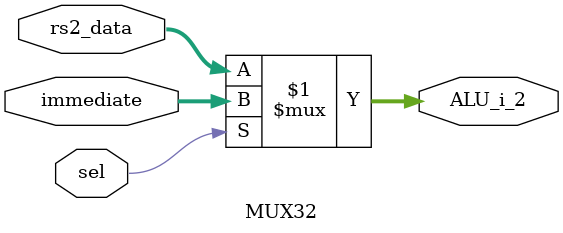
<source format=v>
module MUX32
(
    rs2_data,
    immediate,
    sel,
    ALU_i_2,
);

input [31:0] rs2_data;
input [31:0] immediate;
input sel;
output[31:0] ALU_i_2;

wire [31:0] ALU_i_2;

assign ALU_i_2 = (sel)? immediate : rs2_data;

endmodule
</source>
